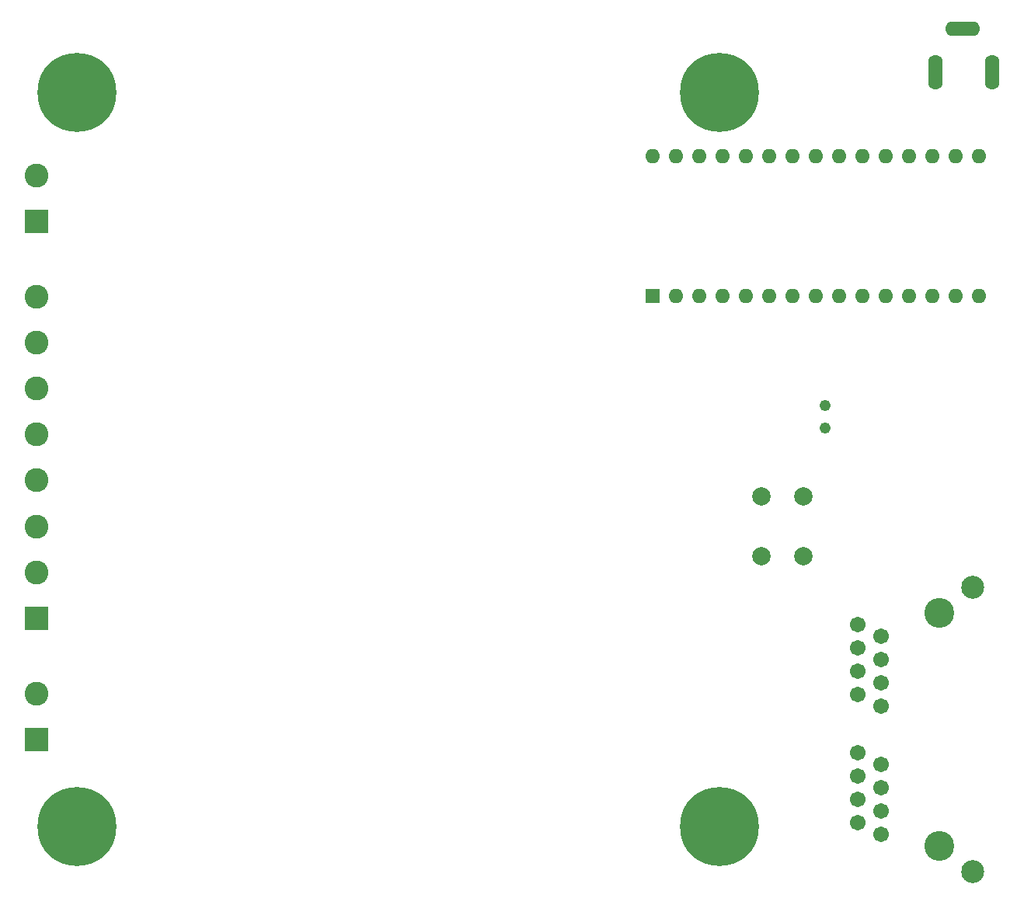
<source format=gbr>
%TF.GenerationSoftware,KiCad,Pcbnew,8.0.2*%
%TF.CreationDate,2024-05-09T00:32:57-05:00*%
%TF.ProjectId,LCC_Booster,4c43435f-426f-46f7-9374-65722e6b6963,rev?*%
%TF.SameCoordinates,Original*%
%TF.FileFunction,Soldermask,Bot*%
%TF.FilePolarity,Negative*%
%FSLAX46Y46*%
G04 Gerber Fmt 4.6, Leading zero omitted, Abs format (unit mm)*
G04 Created by KiCad (PCBNEW 8.0.2) date 2024-05-09 00:32:57*
%MOMM*%
%LPD*%
G01*
G04 APERTURE LIST*
%ADD10R,2.600000X2.600000*%
%ADD11C,2.600000*%
%ADD12R,1.600000X1.600000*%
%ADD13O,1.600000X1.600000*%
%ADD14O,1.604000X3.804000*%
%ADD15O,3.804000X1.604000*%
%ADD16C,0.900000*%
%ADD17C,8.600000*%
%ADD18C,3.250000*%
%ADD19C,1.704000*%
%ADD20C,2.504000*%
%ADD21C,1.234000*%
%ADD22C,2.000000*%
G04 APERTURE END LIST*
D10*
%TO.C,J5*%
X25555000Y-100500000D03*
D11*
X25555000Y-95500000D03*
%TD*%
D10*
%TO.C,J4*%
X25555000Y-44000000D03*
D11*
X25555000Y-39000000D03*
%TD*%
D12*
%TO.C,A1*%
X92750000Y-52160000D03*
D13*
X95290000Y-52160000D03*
X97830000Y-52160000D03*
X100370000Y-52160000D03*
X102910000Y-52160000D03*
X105450000Y-52160000D03*
X107990000Y-52160000D03*
X110530000Y-52160000D03*
X113070000Y-52160000D03*
X115610000Y-52160000D03*
X118150000Y-52160000D03*
X120690000Y-52160000D03*
X123230000Y-52160000D03*
X125770000Y-52160000D03*
X128310000Y-52160000D03*
X128310000Y-36920000D03*
X125770000Y-36920000D03*
X123230000Y-36920000D03*
X120690000Y-36920000D03*
X118150000Y-36920000D03*
X115610000Y-36920000D03*
X113070000Y-36920000D03*
X110530000Y-36920000D03*
X107990000Y-36920000D03*
X105450000Y-36920000D03*
X102910000Y-36920000D03*
X100370000Y-36920000D03*
X97830000Y-36920000D03*
X95290000Y-36920000D03*
X92750000Y-36920000D03*
%TD*%
D14*
%TO.C,J2*%
X123500000Y-27800000D03*
X129750000Y-27800000D03*
D15*
X126500000Y-23000000D03*
%TD*%
D16*
%TO.C,H3*%
X96775000Y-110000000D03*
X97719581Y-107719581D03*
X97719581Y-112280419D03*
X100000000Y-106775000D03*
D17*
X100000000Y-110000000D03*
D16*
X100000000Y-113225000D03*
X102280419Y-107719581D03*
X102280419Y-112280419D03*
X103225000Y-110000000D03*
%TD*%
D10*
%TO.C,J3*%
X25555000Y-87250000D03*
D11*
X25555000Y-82250000D03*
X25555000Y-77250000D03*
X25555000Y-72250000D03*
X25555000Y-67250000D03*
X25555000Y-62250000D03*
X25555000Y-57250000D03*
X25555000Y-52250000D03*
%TD*%
D18*
%TO.C,J1*%
X123930000Y-112120000D03*
X123930000Y-86720000D03*
D19*
X117580000Y-110850000D03*
X115040000Y-109580000D03*
X117580000Y-108310000D03*
X115040000Y-107040000D03*
X117580000Y-105770000D03*
X115040000Y-104500000D03*
X117580000Y-103230000D03*
X115040000Y-101960000D03*
X117580000Y-96880000D03*
X115040000Y-95610000D03*
X117580000Y-94340000D03*
X115040000Y-93070000D03*
X117580000Y-91800000D03*
X115040000Y-90530000D03*
X117580000Y-89260000D03*
X115040000Y-87990000D03*
D20*
X127610000Y-114920000D03*
X127610000Y-83920000D03*
%TD*%
D21*
%TO.C,Y1*%
X111515180Y-66541897D03*
X111515180Y-64041897D03*
%TD*%
D16*
%TO.C,H2*%
X26775000Y-110000000D03*
X27719581Y-107719581D03*
X27719581Y-112280419D03*
X30000000Y-106775000D03*
D17*
X30000000Y-110000000D03*
D16*
X30000000Y-113225000D03*
X32280419Y-107719581D03*
X32280419Y-112280419D03*
X33225000Y-110000000D03*
%TD*%
D22*
%TO.C,SW1*%
X109110000Y-74020000D03*
X109110000Y-80520000D03*
X104610000Y-74020000D03*
X104610000Y-80520000D03*
%TD*%
D16*
%TO.C,H4*%
X96775000Y-30000000D03*
X97719581Y-27719581D03*
X97719581Y-32280419D03*
X100000000Y-26775000D03*
D17*
X100000000Y-30000000D03*
D16*
X100000000Y-33225000D03*
X102280419Y-27719581D03*
X102280419Y-32280419D03*
X103225000Y-30000000D03*
%TD*%
%TO.C,H1*%
X26775000Y-30000000D03*
X27719581Y-27719581D03*
X27719581Y-32280419D03*
X30000000Y-26775000D03*
D17*
X30000000Y-30000000D03*
D16*
X30000000Y-33225000D03*
X32280419Y-27719581D03*
X32280419Y-32280419D03*
X33225000Y-30000000D03*
%TD*%
M02*

</source>
